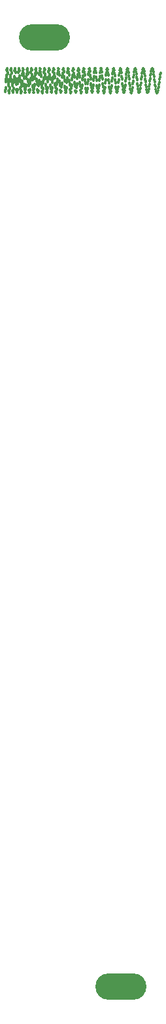
<source format=gts>
G04 Layer: TopSolderMaskLayer*
G04 EasyEDA v6.5.34, 2023-08-21 18:11:39*
G04 9e413db91f2042faab6937f58170d6bc,5a6b42c53f6a479593ecc07194224c93,10*
G04 Gerber Generator version 0.2*
G04 Scale: 100 percent, Rotated: No, Reflected: No *
G04 Dimensions in millimeters *
G04 leading zeros omitted , absolute positions ,4 integer and 5 decimal *
%FSLAX45Y45*%
%MOMM*%

%ADD10C,0.3556*%
%ADD11O,6.6032126X3.4031936000000003*%

%LPD*%
D10*
X2015070Y12115800D02*
G01*
X2006600Y12089345D01*
X2006600Y12060250D02*
G01*
X1998129Y12028599D01*
X1998129Y11996798D02*
G01*
X1989670Y11964987D01*
X1989670Y11935637D02*
G01*
X1981200Y11908917D01*
X1981200Y11886945D02*
G01*
X1972729Y11869910D01*
X1972729Y11859214D02*
G01*
X1964270Y11854990D01*
X1964270Y11857657D02*
G01*
X1955800Y11867268D01*
X1955800Y11883125D02*
G01*
X1947329Y11905200D01*
X1947329Y11931743D02*
G01*
X1938870Y11962637D01*
X1938870Y11995335D02*
G01*
X1930400Y12029653D01*
X1930400Y12062698D02*
G01*
X1921929Y12094225D01*
X1921929Y12121522D02*
G01*
X1913470Y12144336D01*
X1913470Y12160646D02*
G01*
X1905000Y12170252D01*
X1905000Y12172243D02*
G01*
X1896529Y12166526D01*
X1896529Y12153508D02*
G01*
X1888070Y12133237D01*
X1888070Y12107453D02*
G01*
X1879600Y12076305D01*
X1879600Y12042594D02*
G01*
X1871129Y12006567D01*
X1871129Y11971530D02*
G01*
X1862670Y11937806D01*
X1862670Y11908563D02*
G01*
X1854200Y11884106D01*
X1854200Y11866798D02*
G01*
X1845729Y11856877D01*
X1845729Y11855376D02*
G01*
X1837270Y11862381D01*
X1837270Y11877309D02*
G01*
X1828800Y11900093D01*
X1828800Y11928568D02*
G01*
X1820329Y11962513D01*
X1820329Y11998604D02*
G01*
X1811870Y12036493D01*
X1811870Y12072386D02*
G01*
X1803400Y12105891D01*
X1803400Y12133567D02*
G01*
X1794929Y12155060D01*
X1794929Y12168093D02*
G01*
X1786470Y12172447D01*
X1786470Y12167580D02*
G01*
X1778000Y12153460D01*
X1778000Y12131481D02*
G01*
X1769529Y12101829D01*
X1769529Y12067593D02*
G01*
X1761070Y12029132D01*
X1761070Y11990547D02*
G01*
X1752600Y11952325D01*
X1752600Y11918622D02*
G01*
X1744129Y11889902D01*
X1744129Y11869384D02*
G01*
X1735670Y11857398D01*
X1735670Y11855368D02*
G01*
X1727200Y11863412D01*
X1727200Y11880707D02*
G01*
X1718729Y11907118D01*
X1718729Y11939704D02*
G01*
X1710270Y11978091D01*
X1710270Y12017903D02*
G01*
X1701800Y12058606D01*
X1701800Y12095454D02*
G01*
X1693329Y12127905D01*
X1693329Y12152076D02*
G01*
X1684870Y12167567D01*
X1684870Y12172447D02*
G01*
X1676400Y12166549D01*
X1676400Y12150496D02*
G01*
X1667929Y12124420D01*
X1667929Y12091428D02*
G01*
X1659470Y12051946D01*
X1659470Y12010796D02*
G01*
X1651000Y11968571D01*
X1651000Y11930534D02*
G01*
X1642529Y11897314D01*
X1642529Y11873136D02*
G01*
X1634070Y11858444D01*
X1634070Y11855201D02*
G01*
X1625600Y11863555D01*
X1625600Y11882531D02*
G01*
X1617129Y11911906D01*
X1617129Y11947941D02*
G01*
X1608670Y11990115D01*
X1608670Y12032922D02*
G01*
X1600200Y12075660D01*
X1600200Y12112642D02*
G01*
X1591729Y12143204D01*
X1591729Y12163188D02*
G01*
X1583270Y12172162D01*
X1583270Y12168819D02*
G01*
X1574800Y12153117D01*
X1574800Y12127110D02*
G01*
X1566329Y12091174D01*
X1566329Y12050204D02*
G01*
X1557870Y12004885D01*
X1557870Y11961533D02*
G01*
X1549400Y11920946D01*
X1549400Y11888886D02*
G01*
X1540929Y11866003D01*
X1540929Y11855643D02*
G01*
X1532470Y11858091D01*
X1532470Y11873105D02*
G01*
X1524000Y11900481D01*
X1524000Y11936351D02*
G01*
X1515529Y11980075D01*
X1515529Y12025294D02*
G01*
X1507070Y12071139D01*
X1507070Y12110808D02*
G01*
X1498600Y12143463D01*
X1498600Y12164169D02*
G01*
X1490129Y12172411D01*
X1490129Y12166848D02*
G01*
X1481670Y12147481D01*
X1481670Y12117181D02*
G01*
X1473200Y12076478D01*
X1473200Y12031576D02*
G01*
X1464729Y11983374D01*
X1464729Y11939358D02*
G01*
X1456270Y11900481D01*
X1456270Y11872907D02*
G01*
X1447800Y11857299D01*
X1447800Y11856212D02*
G01*
X1439329Y11869793D01*
X1439329Y11895968D02*
G01*
X1430870Y11934253D01*
X1430870Y11978548D02*
G01*
X1422400Y12027923D01*
X1422400Y12074344D02*
G01*
X1413929Y12116760D01*
X1413929Y12148151D02*
G01*
X1405470Y12167735D01*
X1405470Y12172162D02*
G01*
X1397000Y12161230D01*
X1397000Y12136661D02*
G01*
X1388529Y12098919D01*
X1388529Y12054321D02*
G01*
X1380070Y12003844D01*
X1380070Y11956082D02*
G01*
X1371600Y11912173D01*
X1371600Y11879722D02*
G01*
X1363129Y11859585D01*
X1363129Y11855343D02*
G01*
X1354670Y11867212D01*
X1354670Y11893222D02*
G01*
X1346200Y11932833D01*
X1346200Y11979120D02*
G01*
X1337729Y12030999D01*
X1337729Y12079226D02*
G01*
X1329270Y12122584D01*
X1329270Y12153224D02*
G01*
X1320800Y12170290D01*
X1320800Y12170587D02*
G01*
X1312329Y12153986D01*
X1312329Y12123440D02*
G01*
X1303870Y12079622D01*
X1303870Y12030552D02*
G01*
X1295400Y11977471D01*
X1295400Y11930255D02*
G01*
X1286929Y11890176D01*
X1286929Y11864825D02*
G01*
X1278470Y11854972D01*
X1278470Y11862574D02*
G01*
X1270000Y11887565D01*
X1270000Y11925249D02*
G01*
X1261529Y11974723D01*
X1261529Y12026483D02*
G01*
X1253070Y12079170D01*
X1253070Y12122503D02*
G01*
X1244600Y12155263D01*
X1244600Y12170935D02*
G01*
X1236129Y12168987D01*
X1236129Y12149696D02*
G01*
X1227670Y12113468D01*
X1227670Y12067456D02*
G01*
X1219200Y12012866D01*
X1219200Y11960651D02*
G01*
X1210729Y11912282D01*
X1210729Y11877619D02*
G01*
X1202270Y11857725D01*
X1202270Y11856758D02*
G01*
X1193800Y11874878D01*
X1193800Y11908444D02*
G01*
X1185329Y11956602D01*
X1185329Y12009407D02*
G01*
X1176870Y12065360D01*
X1176870Y12112731D02*
G01*
X1168400Y12150097D01*
X1168400Y12169490D02*
G01*
X1159929Y12170222D01*
X1159929Y12152028D02*
G01*
X1151470Y12115335D01*
X1151470Y12067926D02*
G01*
X1143000Y12011141D01*
X1143000Y11957243D02*
G01*
X1134529Y11907850D01*
X1134529Y11873786D02*
G01*
X1126070Y11856176D01*
X1126070Y11858985D02*
G01*
X1117600Y11882264D01*
X1117600Y11920941D02*
G01*
X1109129Y11973948D01*
X1109129Y12029493D02*
G01*
X1100670Y12085899D01*
X1100670Y12130440D02*
G01*
X1092200Y12161677D01*
X1092200Y12172434D02*
G01*
X1083729Y12162259D01*
X1083729Y12133361D02*
G01*
X1075270Y12086536D01*
X1075270Y12032493D02*
G01*
X1066800Y11972894D01*
X1066800Y11921553D02*
G01*
X1058329Y11880161D01*
X1058329Y11858464D02*
G01*
X1049870Y11857273D01*
X1049870Y11876968D02*
G01*
X1041400Y11917045D01*
X1041400Y11968088D02*
G01*
X1032929Y12028500D01*
X1032929Y12083869D02*
G01*
X1024470Y12132358D01*
X1024470Y12162228D02*
G01*
X1016000Y12172398D01*
X1016000Y12160288D02*
G01*
X1007529Y12126180D01*
X1007529Y12078301D02*
G01*
X999070Y12018167D01*
X999070Y11960547D02*
G01*
X990600Y11907372D01*
X990600Y11871883D02*
G01*
X982129Y11855363D01*
X982129Y11862048D02*
G01*
X973670Y11891838D01*
X973670Y11937349D02*
G01*
X965200Y11997108D01*
X965200Y12056033D02*
G01*
X956729Y12112096D01*
X956729Y12150961D02*
G01*
X948270Y12171189D01*
X948270Y12167481D02*
G01*
X939800Y12139836D01*
X939800Y12095304D02*
G01*
X931329Y12035332D01*
X931329Y11975510D02*
G01*
X922870Y11917926D01*
X922870Y11877725D02*
G01*
X914400Y11856417D01*
X914400Y11859734D02*
G01*
X905929Y11887702D01*
X905929Y11932965D02*
G01*
X897470Y11994022D01*
X897470Y12054563D02*
G01*
X889000Y12112426D01*
X889000Y12151951D02*
G01*
X880529Y12171634D01*
X880529Y12166028D02*
G01*
X872070Y12135190D01*
X872070Y12087461D02*
G01*
X863600Y12024464D01*
X863600Y11963516D02*
G01*
X855129Y11906831D01*
X855129Y11870184D02*
G01*
X846670Y11854997D01*
X846670Y11865625D02*
G01*
X838200Y11901815D01*
X838200Y11953491D02*
G01*
X829729Y12018845D01*
X829729Y12079404D02*
G01*
X821270Y12132934D01*
X821270Y12164113D02*
G01*
X812800Y12171679D01*
X812800Y12153361D02*
G01*
X804329Y12109691D01*
X804329Y12053194D02*
G01*
X795870Y11985896D01*
X795870Y11927347D02*
G01*
X787400Y11879765D01*
X787400Y11857144D02*
G01*
X778929Y11860461D01*
X778929Y11888843D02*
G01*
X770470Y11941355D01*
X770470Y12002515D02*
G01*
X762000Y12070067D01*
X762000Y12123849D02*
G01*
X753529Y12161763D01*
X753529Y12172348D02*
G01*
X745070Y12155060D01*
X745070Y12115012D02*
G01*
X736600Y12053615D01*
X736600Y11989475D02*
G01*
X728129Y11925028D01*
X728129Y11880011D02*
G01*
X719670Y11856262D01*
X719670Y11861185D02*
G01*
X711200Y11894728D01*
X711200Y11946608D02*
G01*
X702729Y12014906D01*
X702729Y12078375D02*
G01*
X694270Y12134527D01*
X694270Y12165705D02*
G01*
X685800Y12170567D01*
X685800Y12147476D02*
G01*
X677329Y12097184D01*
X677329Y12035586D02*
G01*
X668870Y11965030D01*
X668870Y11908048D02*
G01*
X660400Y11866946D01*
X660400Y11855010D02*
G01*
X651929Y11872851D01*
X651929Y11914814D02*
G01*
X643470Y11979348D01*
X643470Y12045528D02*
G01*
X635000Y12110753D01*
X635000Y12153628D02*
G01*
X626529Y12172360D01*
X626529Y12160676D02*
G01*
X618070Y12118901D01*
X618070Y12060775D02*
G01*
X609600Y11988528D01*
X609600Y11926211D02*
G01*
X601129Y11876354D01*
X601129Y11855742D02*
G01*
X592670Y11865328D01*
X592670Y11901995D02*
G01*
X584200Y11964393D01*
X584200Y12031438D02*
G01*
X575729Y12100458D01*
X575729Y12147885D02*
G01*
X567270Y12171723D01*
X567270Y12163686D02*
G01*
X558800Y12123961D01*
X558800Y12066148D02*
G01*
X550329Y11992503D01*
X550329Y11928561D02*
G01*
X541870Y11876943D01*
X541870Y11855734D02*
G01*
X533400Y11865942D01*
X533400Y11904073D02*
G01*
X524929Y11968726D01*
X524929Y12037131D02*
G01*
X516470Y12106536D01*
X516470Y12152274D02*
G01*
X508000Y12172373D01*
X508000Y12159561D02*
G01*
X499529Y12114212D01*
X499529Y12052523D02*
G01*
X491070Y11976912D01*
X491070Y11914682D02*
G01*
X482600Y11868421D01*
X482600Y11855010D02*
G01*
X474129Y11875127D01*
X474129Y11921535D02*
G01*
X465670Y11992465D01*
X465670Y12061924D02*
G01*
X457200Y12127067D01*
X457200Y12163803D02*
G01*
X448729Y12170514D01*
X448729Y12144590D02*
G01*
X440270Y12086970D01*
X440270Y12019061D02*
G01*
X431800Y11943605D01*
X431800Y11888929D02*
G01*
X423329Y11857347D01*
X423329Y11860875D02*
G01*
X414870Y11899516D01*
X414870Y11958706D02*
G01*
X406400Y12036115D01*
X406400Y12102251D02*
G01*
X397929Y12154352D01*
X397929Y12172378D02*
G01*
X389470Y12155444D01*
X389470Y12109978D02*
G01*
X381000Y12037715D01*
X381000Y11966600D02*
G01*
X372529Y11899552D01*
X372529Y11862729D02*
G01*
X364070Y11857763D01*
X364070Y11886704D02*
G01*
X355600Y11948505D01*
X355600Y12018911D02*
G01*
X347129Y12095101D01*
X347129Y12146892D02*
G01*
X338670Y12172081D01*
X338670Y12160554D02*
G01*
X330200Y12112625D01*
X330200Y12047369D02*
G01*
X321729Y11967375D01*
X321729Y11904779D02*
G01*
X313270Y11862203D01*
X313270Y11856920D02*
G01*
X304800Y11889308D01*
X304800Y11946303D02*
G01*
X296329Y12025703D01*
X296329Y12095132D02*
G01*
X287870Y12151730D01*
X287870Y12172231D02*
G01*
X279400Y12155647D01*
X279400Y12108723D02*
G01*
X270929Y12033224D01*
X270929Y11960385D02*
G01*
X262470Y11893153D01*
X262470Y11859567D02*
G01*
X254000Y11861116D01*
X254000Y11897258D02*
G01*
X245529Y11966668D01*
X245529Y12040227D02*
G01*
X237070Y12114994D01*
X237070Y12159345D02*
G01*
X228600Y12171380D01*
X228600Y12145901D02*
G01*
X220129Y12083765D01*
X220129Y12011421D02*
G01*
X211670Y11931710D01*
X211670Y11878840D02*
G01*
X203200Y11855010D01*
X203200Y11870575D02*
G01*
X194729Y11925089D01*
X194729Y11995012D02*
G01*
X186270Y12077649D01*
X186270Y12137039D02*
G01*
X177800Y12170742D01*
X177800Y12163940D02*
G01*
X169329Y12116749D01*
X169329Y12049813D02*
G01*
X160870Y11965675D01*
X160870Y11901474D02*
G01*
X152400Y11859785D01*
X152400Y11859183D02*
G01*
X143929Y11899844D01*
X143929Y11963740D02*
G01*
X135470Y12048479D01*
X135470Y12116140D02*
G01*
X127000Y12164039D01*
X127000Y12170562D02*
G01*
X118529Y12135302D01*
X118529Y12074098D02*
G01*
X110070Y11989203D01*
X110070Y11919143D02*
G01*
X101600Y11866636D01*
X101600Y11855716D02*
G01*
X93129Y11886938D01*
X93129Y11946092D02*
G01*
X84670Y12031047D01*
X84670Y12102716D02*
G01*
X76200Y12158345D01*
X76200Y12172149D02*
G01*
X67729Y12143458D01*
X67729Y12085500D02*
G01*
X59270Y12000339D01*
X59270Y11927692D02*
G01*
X50800Y11870296D01*
X50800Y11855122D02*
G01*
X42329Y11882884D01*
X42329Y11940598D02*
G01*
X33870Y12026262D01*
X33870Y12099373D02*
G01*
X25400Y12157224D01*
X25400Y12172256D02*
G01*
X16929Y12143780D01*
X16929Y12085297D02*
G01*
X8470Y11998797D01*
X8470Y11925734D02*
G01*
X0Y11868764D01*
D11*
G01*
X508000Y12573000D03*
G01*
X1498600Y330200D03*
M02*

</source>
